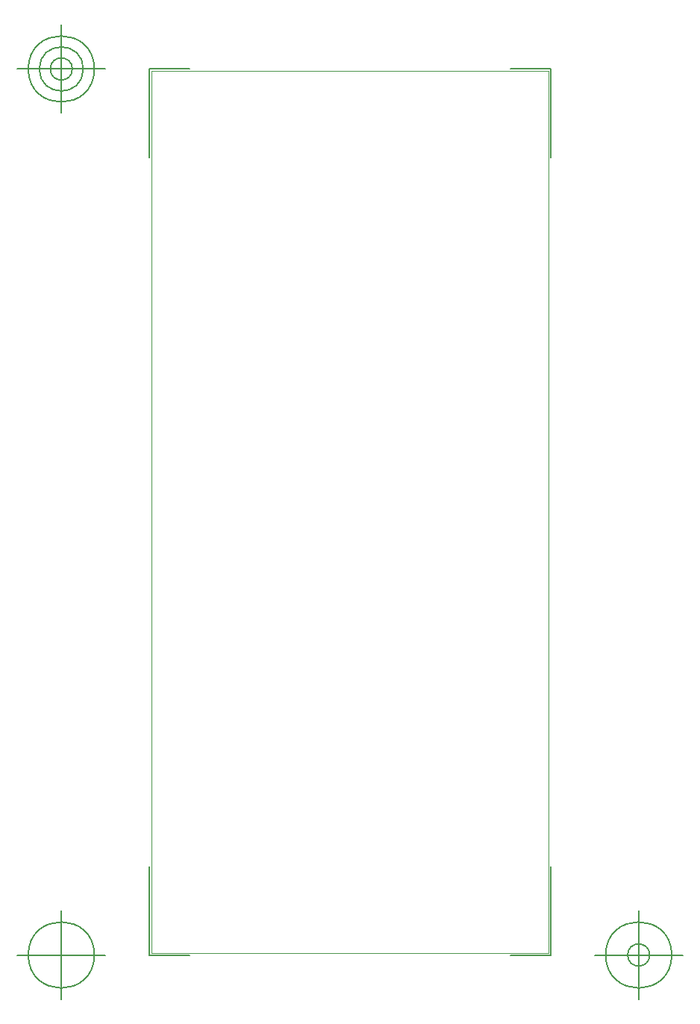
<source format=gbr>
G04 Generated by Ultiboard 14.0 *
%FSLAX34Y34*%
%MOMM*%

%ADD10C,0.0001*%
%ADD11C,0.0010*%
%ADD12C,0.1270*%


G04 ColorRGB 00FFFF for the following layer *
%LNBoardOutline*%
%LPD*%
G54D10*
G54D11*
X0Y0D02*
X450000Y0D01*
X450000Y1000000D01*
X0Y1000000D01*
X0Y0D01*
G54D12*
X-2540Y-2540D02*
X-2540Y97968D01*
X-2540Y-2540D02*
X42968Y-2540D01*
X452540Y-2540D02*
X407032Y-2540D01*
X452540Y-2540D02*
X452540Y97968D01*
X452540Y1002540D02*
X452540Y902032D01*
X452540Y1002540D02*
X407032Y1002540D01*
X-2540Y1002540D02*
X42968Y1002540D01*
X-2540Y1002540D02*
X-2540Y902032D01*
X-52540Y-2540D02*
X-152540Y-2540D01*
X-102540Y-52540D02*
X-102540Y47460D01*
X-140040Y-2540D02*
G75*
D01*
G02X-140040Y-2540I37500J0*
G01*
X502540Y-2540D02*
X602540Y-2540D01*
X552540Y-52540D02*
X552540Y47460D01*
X515040Y-2540D02*
G75*
D01*
G02X515040Y-2540I37500J0*
G01*
X540040Y-2540D02*
G75*
D01*
G02X540040Y-2540I12500J0*
G01*
X-52540Y1002540D02*
X-152540Y1002540D01*
X-102540Y952540D02*
X-102540Y1052540D01*
X-140040Y1002540D02*
G75*
D01*
G02X-140040Y1002540I37500J0*
G01*
X-127540Y1002540D02*
G75*
D01*
G02X-127540Y1002540I25000J0*
G01*
X-115040Y1002540D02*
G75*
D01*
G02X-115040Y1002540I12500J0*
G01*

M02*

</source>
